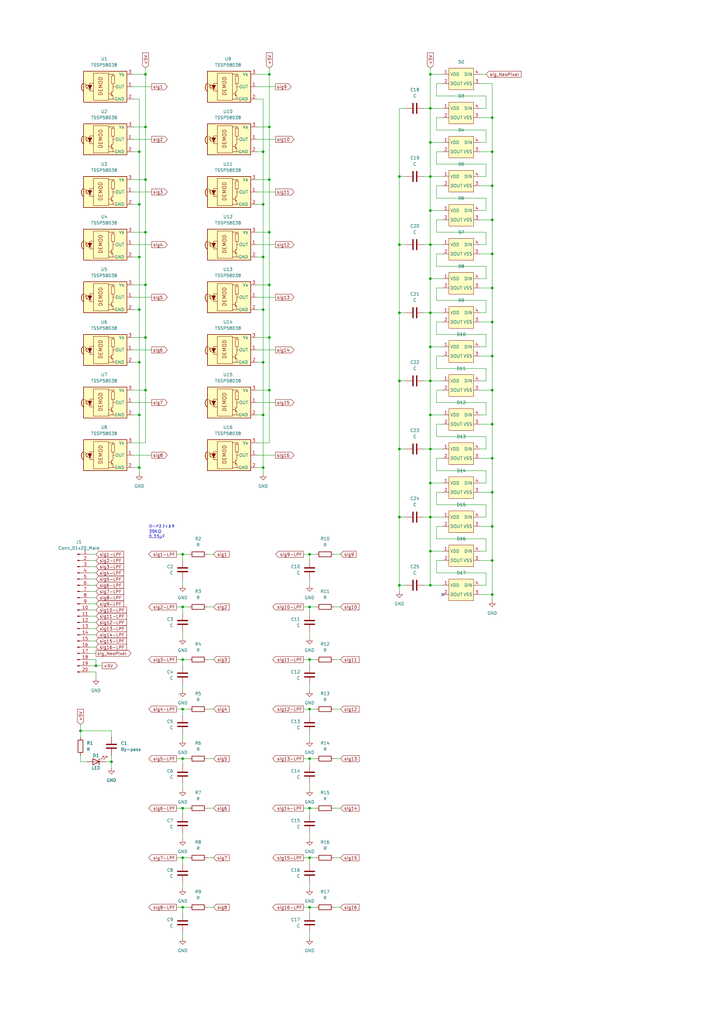
<source format=kicad_sch>
(kicad_sch (version 20230121) (generator eeschema)
  (paper "A3" portrait)
  (junction (at 57.15 127))
  (junction (at 176.53 226.06))
  (junction (at 74.93 227.33))
  (junction (at 110.49 52.07))
  (junction (at 33.02 299.72))
  (junction (at 163.83 212.09))
  (junction (at 201.93 146.05))
  (junction (at 57.15 148.59))
  (junction (at 176.53 44.45))
  (junction (at 176.53 128.27))
  (junction (at 127 372.11))
  (junction (at 176.53 240.03))
  (junction (at 127 331.47))
  (junction (at 127 270.51))
  (junction (at 59.69 95.25))
  (junction (at 39.37 273.05))
  (junction (at 176.53 170.18))
  (junction (at 107.95 83.82))
  (junction (at 107.95 105.41))
  (junction (at 201.93 229.87))
  (junction (at 74.93 290.83))
  (junction (at 201.93 173.99))
  (junction (at 176.53 156.21))
  (junction (at 176.53 142.24))
  (junction (at 163.83 240.03))
  (junction (at 110.49 30.48))
  (junction (at 57.15 62.23))
  (junction (at 110.49 160.02))
  (junction (at 127 311.15))
  (junction (at 163.83 72.39))
  (junction (at 163.83 184.15))
  (junction (at 163.83 100.33))
  (junction (at 57.15 191.77))
  (junction (at 59.69 52.07))
  (junction (at 201.93 187.96))
  (junction (at 201.93 62.23))
  (junction (at 107.95 62.23))
  (junction (at 176.53 100.33))
  (junction (at 110.49 73.66))
  (junction (at 110.49 138.43))
  (junction (at 176.53 184.15))
  (junction (at 201.93 118.11))
  (junction (at 59.69 116.84))
  (junction (at 176.53 114.3))
  (junction (at 59.69 73.66))
  (junction (at 59.69 30.48))
  (junction (at 176.53 72.39))
  (junction (at 107.95 191.77))
  (junction (at 57.15 105.41))
  (junction (at 57.15 170.18))
  (junction (at 176.53 198.12))
  (junction (at 163.83 156.21))
  (junction (at 107.95 170.18))
  (junction (at 45.72 312.42))
  (junction (at 201.93 243.84))
  (junction (at 201.93 132.08))
  (junction (at 201.93 104.14))
  (junction (at 163.83 128.27))
  (junction (at 176.53 30.48))
  (junction (at 74.93 311.15))
  (junction (at 201.93 160.02))
  (junction (at 107.95 127))
  (junction (at 59.69 160.02))
  (junction (at 74.93 248.92))
  (junction (at 110.49 116.84))
  (junction (at 176.53 58.42))
  (junction (at 57.15 83.82))
  (junction (at 59.69 138.43))
  (junction (at 176.53 212.09))
  (junction (at 127 227.33))
  (junction (at 201.93 76.2))
  (junction (at 107.95 148.59))
  (junction (at 127 290.83))
  (junction (at 110.49 95.25))
  (junction (at 74.93 270.51))
  (junction (at 176.53 86.36))
  (junction (at 74.93 351.79))
  (junction (at 74.93 372.11))
  (junction (at 127 248.92))
  (junction (at 201.93 90.17))
  (junction (at 74.93 331.47))
  (junction (at 201.93 215.9))
  (junction (at 201.93 48.26))
  (junction (at 201.93 201.93))
  (junction (at 127 351.79))
  (no_connect (at 181.61 243.84))
  (wire (pts (xy 127 361.95) (xy 127 364.49)))
  (wire (pts (xy 54.61 170.18) (xy 57.15 170.18)))
  (wire (pts (xy 163.83 212.09) (xy 163.83 240.03)))
  (wire (pts (xy 199.39 234.95) (xy 199.39 240.03)))
  (wire (pts (xy 176.53 184.15) (xy 176.53 170.18)))
  (wire (pts (xy 176.53 58.42) (xy 176.53 44.45)))
  (wire (pts (xy 74.93 293.37) (xy 74.93 290.83)))
  (wire (pts (xy 179.07 207.01) (xy 199.39 207.01)))
  (wire (pts (xy 176.53 156.21) (xy 176.53 142.24)))
  (wire (pts (xy 39.37 275.59) (xy 39.37 278.13)))
  (wire (pts (xy 196.85 34.29) (xy 201.93 34.29)))
  (wire (pts (xy 74.93 372.11) (xy 77.47 372.11)))
  (wire (pts (xy 199.39 95.25) (xy 199.39 100.33)))
  (wire (pts (xy 124.46 311.15) (xy 127 311.15)))
  (wire (pts (xy 74.93 374.65) (xy 74.93 372.11)))
  (wire (pts (xy 137.16 227.33) (xy 139.7 227.33)))
  (wire (pts (xy 201.93 243.84) (xy 201.93 246.38)))
  (wire (pts (xy 74.93 334.01) (xy 74.93 331.47)))
  (wire (pts (xy 54.61 186.69) (xy 62.23 186.69)))
  (wire (pts (xy 127 334.01) (xy 127 331.47)))
  (wire (pts (xy 57.15 40.64) (xy 57.15 62.23)))
  (wire (pts (xy 196.85 173.99) (xy 201.93 173.99)))
  (wire (pts (xy 33.02 312.42) (xy 35.56 312.42)))
  (wire (pts (xy 179.07 95.25) (xy 199.39 95.25)))
  (wire (pts (xy 196.85 44.45) (xy 199.39 44.45)))
  (wire (pts (xy 179.07 76.2) (xy 179.07 81.28)))
  (wire (pts (xy 124.46 290.83) (xy 127 290.83)))
  (wire (pts (xy 163.83 128.27) (xy 163.83 156.21)))
  (wire (pts (xy 54.61 100.33) (xy 62.23 100.33)))
  (wire (pts (xy 127 321.31) (xy 127 323.85)))
  (wire (pts (xy 107.95 40.64) (xy 107.95 62.23)))
  (wire (pts (xy 163.83 100.33) (xy 163.83 128.27)))
  (wire (pts (xy 179.07 109.22) (xy 199.39 109.22)))
  (wire (pts (xy 54.61 105.41) (xy 57.15 105.41)))
  (wire (pts (xy 105.41 105.41) (xy 107.95 105.41)))
  (wire (pts (xy 127 229.87) (xy 127 227.33)))
  (wire (pts (xy 176.53 142.24) (xy 176.53 128.27)))
  (wire (pts (xy 85.09 227.33) (xy 87.63 227.33)))
  (wire (pts (xy 201.93 76.2) (xy 201.93 62.23)))
  (wire (pts (xy 196.85 198.12) (xy 199.39 198.12)))
  (wire (pts (xy 201.93 173.99) (xy 201.93 160.02)))
  (wire (pts (xy 196.85 30.48) (xy 199.39 30.48)))
  (wire (pts (xy 54.61 191.77) (xy 57.15 191.77)))
  (wire (pts (xy 72.39 351.79) (xy 74.93 351.79)))
  (wire (pts (xy 137.16 372.11) (xy 139.7 372.11)))
  (wire (pts (xy 179.07 81.28) (xy 199.39 81.28)))
  (wire (pts (xy 57.15 105.41) (xy 57.15 127)))
  (wire (pts (xy 105.41 52.07) (xy 110.49 52.07)))
  (wire (pts (xy 179.07 151.13) (xy 199.39 151.13)))
  (wire (pts (xy 107.95 148.59) (xy 107.95 170.18)))
  (wire (pts (xy 74.93 259.08) (xy 74.93 261.62)))
  (wire (pts (xy 196.85 229.87) (xy 201.93 229.87)))
  (wire (pts (xy 127 313.69) (xy 127 311.15)))
  (wire (pts (xy 127 374.65) (xy 127 372.11)))
  (wire (pts (xy 74.93 273.05) (xy 74.93 270.51)))
  (wire (pts (xy 127 280.67) (xy 127 283.21)))
  (wire (pts (xy 176.53 72.39) (xy 176.53 58.42)))
  (wire (pts (xy 179.07 179.07) (xy 199.39 179.07)))
  (wire (pts (xy 107.95 191.77) (xy 107.95 194.31)))
  (wire (pts (xy 105.41 30.48) (xy 110.49 30.48)))
  (wire (pts (xy 196.85 226.06) (xy 199.39 226.06)))
  (wire (pts (xy 179.07 160.02) (xy 179.07 165.1)))
  (wire (pts (xy 54.61 57.15) (xy 62.23 57.15)))
  (wire (pts (xy 179.07 229.87) (xy 179.07 234.95)))
  (wire (pts (xy 201.93 118.11) (xy 201.93 104.14)))
  (wire (pts (xy 196.85 170.18) (xy 199.39 170.18)))
  (wire (pts (xy 196.85 100.33) (xy 199.39 100.33)))
  (wire (pts (xy 196.85 114.3) (xy 199.39 114.3)))
  (wire (pts (xy 127 227.33) (xy 129.54 227.33)))
  (wire (pts (xy 173.99 128.27) (xy 176.53 128.27)))
  (wire (pts (xy 196.85 187.96) (xy 201.93 187.96)))
  (wire (pts (xy 196.85 132.08) (xy 201.93 132.08)))
  (wire (pts (xy 54.61 83.82) (xy 57.15 83.82)))
  (wire (pts (xy 181.61 72.39) (xy 176.53 72.39)))
  (wire (pts (xy 181.61 62.23) (xy 179.07 62.23)))
  (wire (pts (xy 137.16 311.15) (xy 139.7 311.15)))
  (wire (pts (xy 166.37 240.03) (xy 163.83 240.03)))
  (wire (pts (xy 39.37 273.05) (xy 41.91 273.05)))
  (wire (pts (xy 127 251.46) (xy 127 248.92)))
  (wire (pts (xy 127 273.05) (xy 127 270.51)))
  (wire (pts (xy 59.69 95.25) (xy 59.69 116.84)))
  (wire (pts (xy 163.83 44.45) (xy 166.37 44.45)))
  (wire (pts (xy 59.69 116.84) (xy 59.69 138.43)))
  (wire (pts (xy 127 351.79) (xy 129.54 351.79)))
  (wire (pts (xy 179.07 104.14) (xy 179.07 109.22)))
  (wire (pts (xy 201.93 215.9) (xy 201.93 201.93)))
  (wire (pts (xy 33.02 297.18) (xy 33.02 299.72)))
  (wire (pts (xy 127 372.11) (xy 129.54 372.11)))
  (wire (pts (xy 105.41 127) (xy 107.95 127)))
  (wire (pts (xy 72.39 311.15) (xy 74.93 311.15)))
  (wire (pts (xy 85.09 270.51) (xy 87.63 270.51)))
  (wire (pts (xy 57.15 62.23) (xy 57.15 83.82)))
  (wire (pts (xy 173.99 44.45) (xy 176.53 44.45)))
  (wire (pts (xy 163.83 212.09) (xy 166.37 212.09)))
  (wire (pts (xy 54.61 116.84) (xy 59.69 116.84)))
  (wire (pts (xy 74.93 237.49) (xy 74.93 240.03)))
  (wire (pts (xy 176.53 212.09) (xy 176.53 198.12)))
  (wire (pts (xy 173.99 240.03) (xy 176.53 240.03)))
  (wire (pts (xy 54.61 181.61) (xy 59.69 181.61)))
  (wire (pts (xy 179.07 48.26) (xy 179.07 53.34)))
  (wire (pts (xy 181.61 86.36) (xy 176.53 86.36)))
  (wire (pts (xy 127 290.83) (xy 129.54 290.83)))
  (wire (pts (xy 74.93 321.31) (xy 74.93 323.85)))
  (wire (pts (xy 137.16 331.47) (xy 139.7 331.47)))
  (wire (pts (xy 85.09 331.47) (xy 87.63 331.47)))
  (wire (pts (xy 72.39 331.47) (xy 74.93 331.47)))
  (wire (pts (xy 181.61 58.42) (xy 176.53 58.42)))
  (wire (pts (xy 45.72 302.26) (xy 45.72 299.72)))
  (wire (pts (xy 196.85 215.9) (xy 201.93 215.9)))
  (wire (pts (xy 127 237.49) (xy 127 240.03)))
  (wire (pts (xy 85.09 372.11) (xy 87.63 372.11)))
  (wire (pts (xy 173.99 156.21) (xy 176.53 156.21)))
  (wire (pts (xy 74.93 251.46) (xy 74.93 248.92)))
  (wire (pts (xy 72.39 248.92) (xy 74.93 248.92)))
  (wire (pts (xy 105.41 181.61) (xy 110.49 181.61)))
  (wire (pts (xy 43.18 312.42) (xy 45.72 312.42)))
  (wire (pts (xy 107.95 62.23) (xy 107.95 83.82)))
  (wire (pts (xy 179.07 53.34) (xy 199.39 53.34)))
  (wire (pts (xy 105.41 143.51) (xy 113.03 143.51)))
  (wire (pts (xy 45.72 312.42) (xy 45.72 314.96)))
  (wire (pts (xy 105.41 73.66) (xy 110.49 73.66)))
  (wire (pts (xy 201.93 229.87) (xy 201.93 243.84)))
  (wire (pts (xy 72.39 290.83) (xy 74.93 290.83)))
  (wire (pts (xy 176.53 198.12) (xy 176.53 184.15)))
  (wire (pts (xy 54.61 40.64) (xy 57.15 40.64)))
  (wire (pts (xy 54.61 138.43) (xy 59.69 138.43)))
  (wire (pts (xy 54.61 95.25) (xy 59.69 95.25)))
  (wire (pts (xy 181.61 90.17) (xy 179.07 90.17)))
  (wire (pts (xy 163.83 156.21) (xy 163.83 184.15)))
  (wire (pts (xy 201.93 104.14) (xy 201.93 90.17)))
  (wire (pts (xy 105.41 186.69) (xy 113.03 186.69)))
  (wire (pts (xy 181.61 118.11) (xy 179.07 118.11)))
  (wire (pts (xy 45.72 309.88) (xy 45.72 312.42)))
  (wire (pts (xy 74.93 311.15) (xy 77.47 311.15)))
  (wire (pts (xy 54.61 127) (xy 57.15 127)))
  (wire (pts (xy 36.83 252.73) (xy 39.37 252.73)))
  (wire (pts (xy 196.85 240.03) (xy 199.39 240.03)))
  (wire (pts (xy 72.39 227.33) (xy 74.93 227.33)))
  (wire (pts (xy 85.09 290.83) (xy 87.63 290.83)))
  (wire (pts (xy 179.07 90.17) (xy 179.07 95.25)))
  (wire (pts (xy 196.85 243.84) (xy 201.93 243.84)))
  (wire (pts (xy 179.07 34.29) (xy 179.07 39.37)))
  (wire (pts (xy 163.83 240.03) (xy 163.83 242.57)))
  (wire (pts (xy 181.61 30.48) (xy 176.53 30.48)))
  (wire (pts (xy 176.53 27.94) (xy 176.53 30.48)))
  (wire (pts (xy 74.93 341.63) (xy 74.93 344.17)))
  (wire (pts (xy 196.85 160.02) (xy 201.93 160.02)))
  (wire (pts (xy 176.53 86.36) (xy 176.53 72.39)))
  (wire (pts (xy 107.95 83.82) (xy 107.95 105.41)))
  (wire (pts (xy 74.93 227.33) (xy 77.47 227.33)))
  (wire (pts (xy 74.93 248.92) (xy 77.47 248.92)))
  (wire (pts (xy 181.61 215.9) (xy 179.07 215.9)))
  (wire (pts (xy 173.99 212.09) (xy 176.53 212.09)))
  (wire (pts (xy 127 300.99) (xy 127 303.53)))
  (wire (pts (xy 196.85 90.17) (xy 201.93 90.17)))
  (wire (pts (xy 181.61 184.15) (xy 176.53 184.15)))
  (wire (pts (xy 33.02 309.88) (xy 33.02 312.42)))
  (wire (pts (xy 74.93 270.51) (xy 77.47 270.51)))
  (wire (pts (xy 137.16 270.51) (xy 139.7 270.51)))
  (wire (pts (xy 107.95 170.18) (xy 107.95 191.77)))
  (wire (pts (xy 54.61 143.51) (xy 62.23 143.51)))
  (wire (pts (xy 36.83 265.43) (xy 39.37 265.43)))
  (wire (pts (xy 201.93 146.05) (xy 201.93 132.08)))
  (wire (pts (xy 57.15 127) (xy 57.15 148.59)))
  (wire (pts (xy 36.83 234.95) (xy 39.37 234.95)))
  (wire (pts (xy 163.83 184.15) (xy 163.83 212.09)))
  (wire (pts (xy 196.85 76.2) (xy 201.93 76.2)))
  (wire (pts (xy 54.61 160.02) (xy 59.69 160.02)))
  (wire (pts (xy 105.41 95.25) (xy 110.49 95.25)))
  (wire (pts (xy 179.07 132.08) (xy 179.07 137.16)))
  (wire (pts (xy 173.99 184.15) (xy 176.53 184.15)))
  (wire (pts (xy 199.39 179.07) (xy 199.39 184.15)))
  (wire (pts (xy 54.61 148.59) (xy 57.15 148.59)))
  (wire (pts (xy 110.49 138.43) (xy 110.49 160.02)))
  (wire (pts (xy 181.61 156.21) (xy 176.53 156.21)))
  (wire (pts (xy 196.85 184.15) (xy 199.39 184.15)))
  (wire (pts (xy 124.46 372.11) (xy 127 372.11)))
  (wire (pts (xy 179.07 39.37) (xy 199.39 39.37)))
  (wire (pts (xy 166.37 156.21) (xy 163.83 156.21)))
  (wire (pts (xy 196.85 212.09) (xy 199.39 212.09)))
  (wire (pts (xy 74.93 354.33) (xy 74.93 351.79)))
  (wire (pts (xy 36.83 273.05) (xy 39.37 273.05)))
  (wire (pts (xy 74.93 300.99) (xy 74.93 303.53)))
  (wire (pts (xy 85.09 351.79) (xy 87.63 351.79)))
  (wire (pts (xy 163.83 184.15) (xy 166.37 184.15)))
  (wire (pts (xy 176.53 170.18) (xy 176.53 156.21)))
  (wire (pts (xy 137.16 351.79) (xy 139.7 351.79)))
  (wire (pts (xy 181.61 170.18) (xy 176.53 170.18)))
  (wire (pts (xy 105.41 121.92) (xy 113.03 121.92)))
  (wire (pts (xy 57.15 191.77) (xy 57.15 194.31)))
  (wire (pts (xy 181.61 44.45) (xy 176.53 44.45)))
  (wire (pts (xy 36.83 245.11) (xy 39.37 245.11)))
  (wire (pts (xy 181.61 114.3) (xy 176.53 114.3)))
  (wire (pts (xy 181.61 187.96) (xy 179.07 187.96)))
  (wire (pts (xy 179.07 187.96) (xy 179.07 193.04)))
  (wire (pts (xy 36.83 240.03) (xy 39.37 240.03)))
  (wire (pts (xy 74.93 290.83) (xy 77.47 290.83)))
  (wire (pts (xy 201.93 229.87) (xy 201.93 215.9)))
  (wire (pts (xy 179.07 67.31) (xy 199.39 67.31)))
  (wire (pts (xy 72.39 372.11) (xy 74.93 372.11)))
  (wire (pts (xy 124.46 227.33) (xy 127 227.33)))
  (wire (pts (xy 124.46 270.51) (xy 127 270.51)))
  (wire (pts (xy 127 331.47) (xy 129.54 331.47)))
  (wire (pts (xy 179.07 118.11) (xy 179.07 123.19)))
  (wire (pts (xy 196.85 62.23) (xy 201.93 62.23)))
  (wire (pts (xy 105.41 160.02) (xy 110.49 160.02)))
  (wire (pts (xy 179.07 165.1) (xy 199.39 165.1)))
  (wire (pts (xy 181.61 128.27) (xy 176.53 128.27)))
  (wire (pts (xy 199.39 151.13) (xy 199.39 156.21)))
  (wire (pts (xy 181.61 229.87) (xy 179.07 229.87)))
  (wire (pts (xy 179.07 201.93) (xy 179.07 207.01)))
  (wire (pts (xy 179.07 123.19) (xy 199.39 123.19)))
  (wire (pts (xy 36.83 255.27) (xy 39.37 255.27)))
  (wire (pts (xy 57.15 148.59) (xy 57.15 170.18)))
  (wire (pts (xy 57.15 170.18) (xy 57.15 191.77)))
  (wire (pts (xy 176.53 86.36) (xy 176.53 100.33)))
  (wire (pts (xy 199.39 165.1) (xy 199.39 170.18)))
  (wire (pts (xy 199.39 193.04) (xy 199.39 198.12)))
  (wire (pts (xy 54.61 121.92) (xy 62.23 121.92)))
  (wire (pts (xy 181.61 48.26) (xy 179.07 48.26)))
  (wire (pts (xy 163.83 72.39) (xy 163.83 100.33)))
  (wire (pts (xy 36.83 237.49) (xy 39.37 237.49)))
  (wire (pts (xy 201.93 62.23) (xy 201.93 48.26)))
  (wire (pts (xy 127 293.37) (xy 127 290.83)))
  (wire (pts (xy 105.41 191.77) (xy 107.95 191.77)))
  (wire (pts (xy 57.15 83.82) (xy 57.15 105.41)))
  (wire (pts (xy 36.83 247.65) (xy 39.37 247.65)))
  (wire (pts (xy 110.49 27.94) (xy 110.49 30.48)))
  (wire (pts (xy 179.07 62.23) (xy 179.07 67.31)))
  (wire (pts (xy 59.69 73.66) (xy 59.69 95.25)))
  (wire (pts (xy 199.39 207.01) (xy 199.39 212.09)))
  (wire (pts (xy 124.46 331.47) (xy 127 331.47)))
  (wire (pts (xy 59.69 30.48) (xy 59.69 52.07)))
  (wire (pts (xy 74.93 280.67) (xy 74.93 283.21)))
  (wire (pts (xy 199.39 67.31) (xy 199.39 72.39)))
  (wire (pts (xy 36.83 227.33) (xy 39.37 227.33)))
  (wire (pts (xy 199.39 53.34) (xy 199.39 58.42)))
  (wire (pts (xy 33.02 299.72) (xy 33.02 302.26)))
  (wire (pts (xy 127 259.08) (xy 127 261.62)))
  (wire (pts (xy 176.53 198.12) (xy 181.61 198.12)))
  (wire (pts (xy 59.69 160.02) (xy 59.69 181.61)))
  (wire (pts (xy 201.93 90.17) (xy 201.93 76.2)))
  (wire (pts (xy 179.07 193.04) (xy 199.39 193.04)))
  (wire (pts (xy 127 382.27) (xy 127 384.81)))
  (wire (pts (xy 176.53 100.33) (xy 181.61 100.33)))
  (wire (pts (xy 181.61 240.03) (xy 176.53 240.03)))
  (wire (pts (xy 181.61 142.24) (xy 176.53 142.24)))
  (wire (pts (xy 179.07 146.05) (xy 179.07 151.13)))
  (wire (pts (xy 36.83 267.97) (xy 39.37 267.97)))
  (wire (pts (xy 196.85 104.14) (xy 201.93 104.14)))
  (wire (pts (xy 176.53 128.27) (xy 176.53 114.3)))
  (wire (pts (xy 199.39 220.98) (xy 199.39 226.06)))
  (wire (pts (xy 137.16 290.83) (xy 139.7 290.83)))
  (wire (pts (xy 36.83 250.19) (xy 39.37 250.19)))
  (wire (pts (xy 196.85 142.24) (xy 199.39 142.24)))
  (wire (pts (xy 127 311.15) (xy 129.54 311.15)))
  (wire (pts (xy 179.07 137.16) (xy 199.39 137.16)))
  (wire (pts (xy 137.16 248.92) (xy 139.7 248.92)))
  (wire (pts (xy 199.39 137.16) (xy 199.39 142.24)))
  (wire (pts (xy 85.09 248.92) (xy 87.63 248.92)))
  (wire (pts (xy 54.61 165.1) (xy 62.23 165.1)))
  (wire (pts (xy 105.41 138.43) (xy 110.49 138.43)))
  (wire (pts (xy 196.85 201.93) (xy 201.93 201.93)))
  (wire (pts (xy 36.83 260.35) (xy 39.37 260.35)))
  (wire (pts (xy 201.93 201.93) (xy 201.93 187.96)))
  (wire (pts (xy 110.49 73.66) (xy 110.49 95.25)))
  (wire (pts (xy 199.39 123.19) (xy 199.39 128.27)))
  (wire (pts (xy 196.85 156.21) (xy 199.39 156.21)))
  (wire (pts (xy 74.93 331.47) (xy 77.47 331.47)))
  (wire (pts (xy 105.41 165.1) (xy 113.03 165.1)))
  (wire (pts (xy 74.93 382.27) (xy 74.93 384.81)))
  (wire (pts (xy 181.61 146.05) (xy 179.07 146.05)))
  (wire (pts (xy 127 354.33) (xy 127 351.79)))
  (wire (pts (xy 54.61 35.56) (xy 62.23 35.56)))
  (wire (pts (xy 196.85 58.42) (xy 199.39 58.42)))
  (wire (pts (xy 36.83 242.57) (xy 39.37 242.57)))
  (wire (pts (xy 181.61 226.06) (xy 176.53 226.06)))
  (wire (pts (xy 110.49 30.48) (xy 110.49 52.07)))
  (wire (pts (xy 74.93 229.87) (xy 74.93 227.33)))
  (wire (pts (xy 72.39 270.51) (xy 74.93 270.51)))
  (wire (pts (xy 36.83 229.87) (xy 39.37 229.87)))
  (wire (pts (xy 196.85 118.11) (xy 201.93 118.11)))
  (wire (pts (xy 176.53 44.45) (xy 176.53 30.48)))
  (wire (pts (xy 110.49 52.07) (xy 110.49 73.66)))
  (wire (pts (xy 105.41 40.64) (xy 107.95 40.64)))
  (wire (pts (xy 36.83 232.41) (xy 39.37 232.41)))
  (wire (pts (xy 173.99 72.39) (xy 176.53 72.39)))
  (wire (pts (xy 110.49 116.84) (xy 110.49 138.43)))
  (wire (pts (xy 105.41 148.59) (xy 107.95 148.59)))
  (wire (pts (xy 181.61 34.29) (xy 179.07 34.29)))
  (wire (pts (xy 85.09 311.15) (xy 87.63 311.15)))
  (wire (pts (xy 196.85 128.27) (xy 199.39 128.27)))
  (wire (pts (xy 179.07 201.93) (xy 181.61 201.93)))
  (wire (pts (xy 105.41 62.23) (xy 107.95 62.23)))
  (wire (pts (xy 54.61 52.07) (xy 59.69 52.07)))
  (wire (pts (xy 54.61 78.74) (xy 62.23 78.74)))
  (wire (pts (xy 201.93 132.08) (xy 201.93 118.11)))
  (wire (pts (xy 176.53 114.3) (xy 176.53 100.33)))
  (wire (pts (xy 176.53 226.06) (xy 176.53 212.09)))
  (wire (pts (xy 201.93 48.26) (xy 201.93 34.29)))
  (wire (pts (xy 163.83 44.45) (xy 163.83 72.39)))
  (wire (pts (xy 181.61 104.14) (xy 179.07 104.14)))
  (wire (pts (xy 163.83 100.33) (xy 166.37 100.33)))
  (wire (pts (xy 105.41 100.33) (xy 113.03 100.33)))
  (wire (pts (xy 163.83 128.27) (xy 166.37 128.27)))
  (wire (pts (xy 107.95 105.41) (xy 107.95 127)))
  (wire (pts (xy 181.61 76.2) (xy 179.07 76.2)))
  (wire (pts (xy 124.46 248.92) (xy 127 248.92)))
  (wire (pts (xy 124.46 351.79) (xy 127 351.79)))
  (wire (pts (xy 105.41 170.18) (xy 107.95 170.18)))
  (wire (pts (xy 36.83 262.89) (xy 39.37 262.89)))
  (wire (pts (xy 36.83 275.59) (xy 39.37 275.59)))
  (wire (pts (xy 59.69 138.43) (xy 59.69 160.02)))
  (wire (pts (xy 196.85 72.39) (xy 199.39 72.39)))
  (wire (pts (xy 196.85 86.36) (xy 199.39 86.36)))
  (wire (pts (xy 110.49 95.25) (xy 110.49 116.84)))
  (wire (pts (xy 110.49 160.02) (xy 110.49 181.61)))
  (wire (pts (xy 36.83 257.81) (xy 39.37 257.81)))
  (wire (pts (xy 105.41 83.82) (xy 107.95 83.82)))
  (wire (pts (xy 74.93 313.69) (xy 74.93 311.15)))
  (wire (pts (xy 39.37 273.05) (xy 39.37 270.51)))
  (wire (pts (xy 54.61 73.66) (xy 59.69 73.66)))
  (wire (pts (xy 74.93 351.79) (xy 77.47 351.79)))
  (wire (pts (xy 196.85 146.05) (xy 201.93 146.05)))
  (wire (pts (xy 199.39 109.22) (xy 199.39 114.3)))
  (wire (pts (xy 59.69 52.07) (xy 59.69 73.66)))
  (wire (pts (xy 176.53 212.09) (xy 181.61 212.09)))
  (wire (pts (xy 196.85 48.26) (xy 201.93 48.26)))
  (wire (pts (xy 54.61 62.23) (xy 57.15 62.23)))
  (wire (pts (xy 181.61 132.08) (xy 179.07 132.08)))
  (wire (pts (xy 127 248.92) (xy 129.54 248.92)))
  (wire (pts (xy 105.41 35.56) (xy 113.03 35.56)))
  (wire (pts (xy 59.69 27.94) (xy 59.69 30.48)))
  (wire (pts (xy 179.07 215.9) (xy 179.07 220.98)))
  (wire (pts (xy 201.93 160.02) (xy 201.93 146.05)))
  (wire (pts (xy 201.93 187.96) (xy 201.93 173.99)))
  (wire (pts (xy 179.07 234.95) (xy 199.39 234.95)))
  (wire (pts (xy 173.99 100.33) (xy 176.53 100.33)))
  (wire (pts (xy 105.41 57.15) (xy 113.03 57.15)))
  (wire (pts (xy 199.39 39.37) (xy 199.39 44.45)))
  (wire (pts (xy 74.93 361.95) (xy 74.93 364.49)))
  (wire (pts (xy 54.61 30.48) (xy 59.69 30.48)))
  (wire (pts (xy 45.72 299.72) (xy 33.02 299.72)))
  (wire (pts (xy 107.95 127) (xy 107.95 148.59)))
  (wire (pts (xy 105.41 116.84) (xy 110.49 116.84)))
  (wire (pts (xy 105.41 78.74) (xy 113.03 78.74)))
  (wire (pts (xy 179.07 220.98) (xy 199.39 220.98)))
  (wire (pts (xy 179.07 173.99) (xy 179.07 179.07)))
  (wire (pts (xy 181.61 173.99) (xy 179.07 173.99)))
  (wire (pts (xy 163.83 72.39) (xy 166.37 72.39)))
  (wire (pts (xy 36.83 270.51) (xy 39.37 270.51)))
  (wire (pts (xy 181.61 160.02) (xy 179.07 160.02)))
  (wire (pts (xy 127 270.51) (xy 129.54 270.51)))
  (wire (pts (xy 176.53 240.03) (xy 176.53 226.06)))
  (wire (pts (xy 127 341.63) (xy 127 344.17)))
  (wire (pts (xy 199.39 81.28) (xy 199.39 86.36)))
  (text "ローパスフィルタ\n39KΩ\n0.33µF" (at 60.96 220.98 0) (effects (font (size 1.27 1.27)) (justify left bottom)))
  (global_label "sig7-LPF" (shape output) (at 72.39 351.79 180) (property "Intersheetrefs" "${INTERSHEET_REFS}" (effects hide)))
  (global_label "sig12" (shape input) (at 139.7 290.83 0) (property "Intersheetrefs" "${INTERSHEET_REFS}" (effects hide)))
  (global_label "sig7" (shape input) (at 87.63 351.79 0) (property "Intersheetrefs" "${INTERSHEET_REFS}" (effects hide)))
  (global_label "sig15" (shape input) (at 139.7 351.79 0) (property "Intersheetrefs" "${INTERSHEET_REFS}" (effects hide)))
  (global_label "sig1" (shape input) (at 87.63 227.33 0) (property "Intersheetrefs" "${INTERSHEET_REFS}" (effects hide)))
  (global_label "sig14-LPF" (shape output) (at 124.46 331.47 180) (property "Intersheetrefs" "${INTERSHEET_REFS}" (effects hide)))
  (global_label "sig12" (shape output) (at 113.03 100.33 0) (property "Intersheetrefs" "${INTERSHEET_REFS}" (effects hide)))
  (global_label "sig4" (shape output) (at 62.23 100.33 0) (property "Intersheetrefs" "${INTERSHEET_REFS}" (effects hide)))
  (global_label "sig9-LPF" (shape input) (at 39.37 247.65 0) (property "Intersheetrefs" "${INTERSHEET_REFS}" (effects hide)))
  (global_label "sig6-LPF" (shape input) (at 39.37 240.03 0) (property "Intersheetrefs" "${INTERSHEET_REFS}" (effects hide)))
  (global_label "sig16-LPF" (shape input) (at 39.37 265.43 0) (property "Intersheetrefs" "${INTERSHEET_REFS}" (effects hide)))
  (global_label "sig10" (shape output) (at 113.03 57.15 0) (property "Intersheetrefs" "${INTERSHEET_REFS}" (effects hide)))
  (global_label "sig1" (shape output) (at 62.23 35.56 0) (property "Intersheetrefs" "${INTERSHEET_REFS}" (effects hide)))
  (global_label "sig2-LPF" (shape output) (at 72.39 248.92 180) (property "Intersheetrefs" "${INTERSHEET_REFS}" (effects hide)))
  (global_label "sig3-LPF" (shape input) (at 39.37 232.41 0) (property "Intersheetrefs" "${INTERSHEET_REFS}" (effects hide)))
  (global_label "sig13-LPF" (shape output) (at 124.46 311.15 180) (property "Intersheetrefs" "${INTERSHEET_REFS}" (effects hide)))
  (global_label "+5V" (shape input) (at 176.53 27.94 90) (property "Intersheetrefs" "${INTERSHEET_REFS}" (effects hide)))
  (global_label "sig1-LPF" (shape input) (at 39.37 227.33 0) (property "Intersheetrefs" "${INTERSHEET_REFS}" (effects hide)))
  (global_label "sig10-LPF" (shape output) (at 124.46 248.92 180) (property "Intersheetrefs" "${INTERSHEET_REFS}" (effects hide)))
  (global_label "sig5-LPF" (shape input) (at 39.37 237.49 0) (property "Intersheetrefs" "${INTERSHEET_REFS}" (effects hide)))
  (global_label "sig7-LPF" (shape input) (at 39.37 242.57 0) (property "Intersheetrefs" "${INTERSHEET_REFS}" (effects hide)))
  (global_label "sig9" (shape input) (at 139.7 227.33 0) (property "Intersheetrefs" "${INTERSHEET_REFS}" (effects hide)))
  (global_label "sig_NeoPixel" (shape output) (at 39.37 267.97 0) (property "Intersheetrefs" "${INTERSHEET_REFS}" (effects hide)))
  (global_label "sig7" (shape output) (at 62.23 165.1 0) (property "Intersheetrefs" "${INTERSHEET_REFS}" (effects hide)))
  (global_label "sig13-LPF" (shape input) (at 39.37 257.81 0) (property "Intersheetrefs" "${INTERSHEET_REFS}" (effects hide)))
  (global_label "sig6" (shape input) (at 87.63 331.47 0) (property "Intersheetrefs" "${INTERSHEET_REFS}" (effects hide)))
  (global_label "+5V" (shape input) (at 110.49 27.94 90) (property "Intersheetrefs" "${INTERSHEET_REFS}" (effects hide)))
  (global_label "sig6-LPF" (shape output) (at 72.39 331.47 180) (property "Intersheetrefs" "${INTERSHEET_REFS}" (effects hide)))
  (global_label "sig3-LPF" (shape output) (at 72.39 270.51 180) (property "Intersheetrefs" "${INTERSHEET_REFS}" (effects hide)))
  (global_label "sig15-LPF" (shape input) (at 39.37 262.89 0) (property "Intersheetrefs" "${INTERSHEET_REFS}" (effects hide)))
  (global_label "sig11-LPF" (shape output) (at 124.46 270.51 180) (property "Intersheetrefs" "${INTERSHEET_REFS}" (effects hide)))
  (global_label "sig4-LPF" (shape input) (at 39.37 234.95 0) (property "Intersheetrefs" "${INTERSHEET_REFS}" (effects hide)))
  (global_label "sig6" (shape output) (at 62.23 143.51 0) (property "Intersheetrefs" "${INTERSHEET_REFS}" (effects hide)))
  (global_label "sig9-LPF" (shape output) (at 124.46 227.33 180) (property "Intersheetrefs" "${INTERSHEET_REFS}" (effects hide)))
  (global_label "sig4" (shape input) (at 87.63 290.83 0) (property "Intersheetrefs" "${INTERSHEET_REFS}" (effects hide)))
  (global_label "sig11-LPF" (shape input) (at 39.37 252.73 0) (property "Intersheetrefs" "${INTERSHEET_REFS}" (effects hide)))
  (global_label "sig15-LPF" (shape output) (at 124.46 351.79 180) (property "Intersheetrefs" "${INTERSHEET_REFS}" (effects hide)))
  (global_label "sig4-LPF" (shape output) (at 72.39 290.83 180) (property "Intersheetrefs" "${INTERSHEET_REFS}" (effects hide)))
  (global_label "sig_NeoPixel" (shape input) (at 199.39 30.48 0) (property "Intersheetrefs" "${INTERSHEET_REFS}" (effects hide)))
  (global_label "sig12-LPF" (shape input) (at 39.37 255.27 0) (property "Intersheetrefs" "${INTERSHEET_REFS}" (effects hide)))
  (global_label "sig11" (shape input) (at 139.7 270.51 0) (property "Intersheetrefs" "${INTERSHEET_REFS}" (effects hide)))
  (global_label "sig16-LPF" (shape output) (at 124.46 372.11 180) (property "Intersheetrefs" "${INTERSHEET_REFS}" (effects hide)))
  (global_label "sig2-LPF" (shape input) (at 39.37 229.87 0) (property "Intersheetrefs" "${INTERSHEET_REFS}" (effects hide)))
  (global_label "sig15" (shape output) (at 113.03 165.1 0) (property "Intersheetrefs" "${INTERSHEET_REFS}" (effects hide)))
  (global_label "sig12-LPF" (shape output) (at 124.46 290.83 180) (property "Intersheetrefs" "${INTERSHEET_REFS}" (effects hide)))
  (global_label "+5V" (shape input) (at 59.69 27.94 90) (property "Intersheetrefs" "${INTERSHEET_REFS}" (effects hide)))
  (global_label "sig11" (shape output) (at 113.03 78.74 0) (property "Intersheetrefs" "${INTERSHEET_REFS}" (effects hide)))
  (global_label "sig3" (shape input) (at 87.63 270.51 0) (property "Intersheetrefs" "${INTERSHEET_REFS}" (effects hide)))
  (global_label "+5V" (shape input) (at 33.02 297.18 90) (property "Intersheetrefs" "${INTERSHEET_REFS}" (effects hide)))
  (global_label "sig8-LPF" (shape input) (at 39.37 245.11 0) (property "Intersheetrefs" "${INTERSHEET_REFS}" (effects hide)))
  (global_label "sig16" (shape input) (at 139.7 372.11 0) (property "Intersheetrefs" "${INTERSHEET_REFS}" (effects hide)))
  (global_label "sig8" (shape output) (at 62.23 186.69 0) (property "Intersheetrefs" "${INTERSHEET_REFS}" (effects hide)))
  (global_label "sig2" (shape input) (at 87.63 248.92 0) (property "Intersheetrefs" "${INTERSHEET_REFS}" (effects hide)))
  (global_label "sig16" (shape output) (at 113.03 186.69 0) (property "Intersheetrefs" "${INTERSHEET_REFS}" (effects hide)))
  (global_label "sig13" (shape input) (at 139.7 311.15 0) (property "Intersheetrefs" "${INTERSHEET_REFS}" (effects hide)))
  (global_label "+5V" (shape output) (at 41.91 273.05 0) (property "Intersheetrefs" "${INTERSHEET_REFS}" (effects hide)))
  (global_label "sig3" (shape output) (at 62.23 78.74 0) (property "Intersheetrefs" "${INTERSHEET_REFS}" (effects hide)))
  (global_label "sig13" (shape output) (at 113.03 121.92 0) (property "Intersheetrefs" "${INTERSHEET_REFS}" (effects hide)))
  (global_label "sig8" (shape input) (at 87.63 372.11 0) (property "Intersheetrefs" "${INTERSHEET_REFS}" (effects hide)))
  (global_label "sig5" (shape input) (at 87.63 311.15 0) (property "Intersheetrefs" "${INTERSHEET_REFS}" (effects hide)))
  (global_label "sig10" (shape input) (at 139.7 248.92 0) (property "Intersheetrefs" "${INTERSHEET_REFS}" (effects hide)))
  (global_label "sig8-LPF" (shape output) (at 72.39 372.11 180) (property "Intersheetrefs" "${INTERSHEET_REFS}" (effects hide)))
  (global_label "sig2" (shape output) (at 62.23 57.15 0) (property "Intersheetrefs" "${INTERSHEET_REFS}" (effects hide)))
  (global_label "sig9" (shape output) (at 113.03 35.56 0) (property "Intersheetrefs" "${INTERSHEET_REFS}" (effects hide)))
  (global_label "sig10-LPF" (shape input) (at 39.37 250.19 0) (property "Intersheetrefs" "${INTERSHEET_REFS}" (effects hide)))
  (global_label "sig5" (shape output) (at 62.23 121.92 0) (property "Intersheetrefs" "${INTERSHEET_REFS}" (effects hide)))
  (global_label "sig14-LPF" (shape input) (at 39.37 260.35 0) (property "Intersheetrefs" "${INTERSHEET_REFS}" (effects hide)))
  (global_label "sig1-LPF" (shape output) (at 72.39 227.33 180) (property "Intersheetrefs" "${INTERSHEET_REFS}" (effects hide)))
  (global_label "sig14" (shape output) (at 113.03 143.51 0) (property "Intersheetrefs" "${INTERSHEET_REFS}" (effects hide)))
  (global_label "sig14" (shape input) (at 139.7 331.47 0) (property "Intersheetrefs" "${INTERSHEET_REFS}" (effects hide)))
  (global_label "sig5-LPF" (shape output) (at 72.39 311.15 180) (property "Intersheetrefs" "${INTERSHEET_REFS}" (effects hide)))
  (symbol (lib_id "Device:LED") (at 39.37 312.42 180) (unit 1)
    (property "Reference" "D1" (at 39.37 309.88 0))
    (property "Value" "LED" (at 39.37 314.96 0))
    (property "Footprint" "LED_SMD:LED_0603_1608Metric" (effects hide))
  )
  (symbol (lib_id "Device:C") (at 170.18 128.27 90) (mirror x) (unit 1)
    (property "Reference" "C21" (at 170.18 120.65 90))
    (property "Value" "C" (at 170.18 123.19 90))
    (property "Footprint" "Capacitor_SMD:C_0603_1608Metric" (effects hide))
  )
  (symbol (lib_id "Device:R") (at 81.28 248.92 270) (mirror x) (unit 1)
    (property "Reference" "R3" (at 81.28 242.57 90))
    (property "Value" "R" (at 81.28 245.11 90))
    (property "Footprint" "Resistor_SMD:R_0603_1608Metric" (effects hide))
  )
  (symbol (lib_id "@2023_BallSensor:WS2812B") (at 189.23 209.55 0) (unit 1)
    (property "Reference" "D15" (at 189.23 207.01 0))
    (property "Value" "~" (at 189.23 207.01 0))
    (property "Footprint" "@2023_BallSensor:WS2812B" (effects hide))
  )
  (symbol (lib_id "@2023_BallSensor:WS2812B") (at 189.23 167.64 0) (unit 1)
    (property "Reference" "D12" (at 189.23 165.1 0))
    (property "Value" "~" (at 189.23 165.1 0))
    (property "Footprint" "@2023_BallSensor:WS2812B" (effects hide))
  )
  (symbol (lib_id "Sensor_Proximity:TSSP58038") (at 44.45 165.1 0) (unit 1)
    (property "Reference" "U7" (at 42.715 153.67 0))
    (property "Value" "TSSP58038" (at 42.715 156.21 0))
    (property "Footprint" "@2023_BallSensor:TSSP58038" (effects hide))
    (property "Datasheet" "http://www.vishay.com/docs/82476/tssp58p38.pdf" (effects hide))
  )
  (symbol (lib_id "Sensor_Proximity:TSSP58038") (at 95.25 100.33 0) (unit 1)
    (property "Reference" "U12" (at 93.515 88.9 0))
    (property "Value" "TSSP58038" (at 93.515 91.44 0))
    (property "Footprint" "@2023_BallSensor:TSSP58038" (effects hide))
    (property "Datasheet" "http://www.vishay.com/docs/82476/tssp58p38.pdf" (effects hide))
  )
  (symbol (lib_id "power:GND") (at 127 283.21 0) (mirror y) (unit 1)
    (property "Reference" "#PWR015" (effects hide))
    (property "Value" "GND" (at 127 288.29 0))
  )
  (symbol (lib_id "Device:C") (at 170.18 184.15 90) (mirror x) (unit 1)
    (property "Reference" "C23" (at 170.18 176.53 90))
    (property "Value" "C" (at 170.18 179.07 90))
    (property "Footprint" "Capacitor_SMD:C_0603_1608Metric" (effects hide))
  )
  (symbol (lib_id "Device:R") (at 133.35 351.79 270) (mirror x) (unit 1)
    (property "Reference" "R16" (at 133.35 345.44 90))
    (property "Value" "R" (at 133.35 347.98 90))
    (property "Footprint" "Resistor_SMD:R_0603_1608Metric" (effects hide))
  )
  (symbol (lib_id "Device:C") (at 170.18 156.21 90) (mirror x) (unit 1)
    (property "Reference" "C22" (at 170.18 148.59 90))
    (property "Value" "C" (at 170.18 151.13 90))
    (property "Footprint" "Capacitor_SMD:C_0603_1608Metric" (effects hide))
  )
  (symbol (lib_id "power:GND") (at 163.83 242.57 0) (unit 1)
    (property "Reference" "#PWR021" (effects hide))
    (property "Value" "GND" (at 163.83 247.65 0))
  )
  (symbol (lib_id "Device:C") (at 127 233.68 0) (mirror y) (unit 1)
    (property "Reference" "C10" (at 123.19 232.4099 0) (effects (justify left)))
    (property "Value" "C" (at 123.19 234.9499 0) (effects (justify left)))
    (property "Footprint" "Capacitor_SMD:C_0603_1608Metric" (effects hide))
  )
  (symbol (lib_id "power:GND") (at 201.93 246.38 0) (unit 1)
    (property "Reference" "#PWR022" (effects hide))
    (property "Value" "GND" (at 201.93 251.46 0))
  )
  (symbol (lib_id "power:GND") (at 107.95 194.31 0) (unit 1)
    (property "Reference" "#PWR012" (effects hide))
    (property "Value" "GND" (at 107.95 199.39 0))
  )
  (symbol (lib_id "Device:R") (at 133.35 270.51 270) (mirror x) (unit 1)
    (property "Reference" "R12" (at 133.35 264.16 90))
    (property "Value" "R" (at 133.35 266.7 90))
    (property "Footprint" "Resistor_SMD:R_0603_1608Metric" (effects hide))
  )
  (symbol (lib_id "Device:R") (at 133.35 311.15 270) (mirror x) (unit 1)
    (property "Reference" "R14" (at 133.35 304.8 90))
    (property "Value" "R" (at 133.35 307.34 90))
    (property "Footprint" "Resistor_SMD:R_0603_1608Metric" (effects hide))
  )
  (symbol (lib_id "Sensor_Proximity:TSSP58038") (at 44.45 186.69 0) (unit 1)
    (property "Reference" "U8" (at 42.715 175.26 0))
    (property "Value" "TSSP58038" (at 42.715 177.8 0))
    (property "Footprint" "@2023_BallSensor:TSSP58038" (effects hide))
    (property "Datasheet" "http://www.vishay.com/docs/82476/tssp58p38.pdf" (effects hide))
  )
  (symbol (lib_id "power:GND") (at 74.93 283.21 0) (mirror y) (unit 1)
    (property "Reference" "#PWR06" (effects hide))
    (property "Value" "GND" (at 74.93 288.29 0))
  )
  (symbol (lib_id "Device:R") (at 81.28 351.79 270) (mirror x) (unit 1)
    (property "Reference" "R8" (at 81.28 345.44 90))
    (property "Value" "R" (at 81.28 347.98 90))
    (property "Footprint" "Resistor_SMD:R_0603_1608Metric" (effects hide))
  )
  (symbol (lib_id "Sensor_Proximity:TSSP58038") (at 95.25 35.56 0) (unit 1)
    (property "Reference" "U9" (at 93.515 24.13 0))
    (property "Value" "TSSP58038" (at 93.515 26.67 0))
    (property "Footprint" "@2023_BallSensor:TSSP58038" (effects hide))
    (property "Datasheet" "http://www.vishay.com/docs/82476/tssp58p38.pdf" (effects hide))
  )
  (symbol (lib_id "power:GND") (at 45.72 314.96 0) (unit 1)
    (property "Reference" "#PWR02" (effects hide))
    (property "Value" "GND" (at 45.72 320.04 0))
  )
  (symbol (lib_id "Sensor_Proximity:TSSP58038") (at 95.25 57.15 0) (unit 1)
    (property "Reference" "U10" (at 93.515 45.72 0))
    (property "Value" "TSSP58038" (at 93.515 48.26 0))
    (property "Footprint" "@2023_BallSensor:TSSP58038" (effects hide))
    (property "Datasheet" "http://www.vishay.com/docs/82476/tssp58p38.pdf" (effects hide))
  )
  (symbol (lib_id "Device:C") (at 74.93 233.68 0) (mirror y) (unit 1)
    (property "Reference" "C2" (at 71.12 232.4099 0) (effects (justify left)))
    (property "Value" "C" (at 71.12 234.9499 0) (effects (justify left)))
    (property "Footprint" "Capacitor_SMD:C_0603_1608Metric" (effects hide))
  )
  (symbol (lib_id "Device:R") (at 81.28 372.11 270) (mirror x) (unit 1)
    (property "Reference" "R9" (at 81.28 365.76 90))
    (property "Value" "R" (at 81.28 368.3 90))
    (property "Footprint" "Resistor_SMD:R_0603_1608Metric" (effects hide))
  )
  (symbol (lib_id "@2023_BallSensor:WS2812B") (at 189.23 139.7 0) (unit 1)
    (property "Reference" "D10" (at 189.23 137.16 0))
    (property "Value" "~" (at 189.23 137.16 0))
    (property "Footprint" "@2023_BallSensor:WS2812B" (effects hide))
  )
  (symbol (lib_id "power:GND") (at 127 240.03 0) (mirror y) (unit 1)
    (property "Reference" "#PWR013" (effects hide))
    (property "Value" "GND" (at 127 245.11 0))
  )
  (symbol (lib_id "power:GND") (at 74.93 384.81 0) (mirror y) (unit 1)
    (property "Reference" "#PWR011" (effects hide))
    (property "Value" "GND" (at 74.93 389.89 0))
  )
  (symbol (lib_id "Sensor_Proximity:TSSP58038") (at 44.45 100.33 0) (unit 1)
    (property "Reference" "U4" (at 42.715 88.9 0))
    (property "Value" "TSSP58038" (at 42.715 91.44 0))
    (property "Footprint" "@2023_BallSensor:TSSP58038" (effects hide))
    (property "Datasheet" "http://www.vishay.com/docs/82476/tssp58p38.pdf" (effects hide))
  )
  (symbol (lib_id "Device:R") (at 133.35 331.47 270) (mirror x) (unit 1)
    (property "Reference" "R15" (at 133.35 325.12 90))
    (property "Value" "R" (at 133.35 327.66 90))
    (property "Footprint" "Resistor_SMD:R_0603_1608Metric" (effects hide))
  )
  (symbol (lib_id "Sensor_Proximity:TSSP58038") (at 44.45 121.92 0) (unit 1)
    (property "Reference" "U5" (at 42.715 110.49 0))
    (property "Value" "TSSP58038" (at 42.715 113.03 0))
    (property "Footprint" "@2023_BallSensor:TSSP58038" (effects hide))
    (property "Datasheet" "http://www.vishay.com/docs/82476/tssp58p38.pdf" (effects hide))
  )
  (symbol (lib_id "Device:C") (at 170.18 72.39 90) (mirror x) (unit 1)
    (property "Reference" "C19" (at 170.18 64.77 90))
    (property "Value" "C" (at 170.18 67.31 90))
    (property "Footprint" "Capacitor_SMD:C_0603_1608Metric" (effects hide))
  )
  (symbol (lib_id "Device:C") (at 170.18 240.03 90) (mirror x) (unit 1)
    (property "Reference" "C25" (at 170.18 232.41 90))
    (property "Value" "C" (at 170.18 234.95 90))
    (property "Footprint" "Capacitor_SMD:C_0603_1608Metric" (effects hide))
  )
  (symbol (lib_id "Device:R") (at 33.02 306.07 0) (unit 1)
    (property "Reference" "R1" (at 35.56 304.8 0) (effects (justify left)))
    (property "Value" "R" (at 35.56 307.34 0) (effects (justify left)))
    (property "Footprint" "Resistor_SMD:R_0603_1608Metric" (effects hide))
  )
  (symbol (lib_id "@2023_BallSensor:WS2812B") (at 189.23 181.61 0) (unit 1)
    (property "Reference" "D13" (at 189.23 179.07 0))
    (property "Value" "~" (at 189.23 179.07 0))
    (property "Footprint" "@2023_BallSensor:WS2812B" (effects hide))
  )
  (symbol (lib_id "Sensor_Proximity:TSSP58038") (at 44.45 143.51 0) (unit 1)
    (property "Reference" "U6" (at 42.715 132.08 0))
    (property "Value" "TSSP58038" (at 42.715 134.62 0))
    (property "Footprint" "@2023_BallSensor:TSSP58038" (effects hide))
    (property "Datasheet" "http://www.vishay.com/docs/82476/tssp58p38.pdf" (effects hide))
  )
  (symbol (lib_id "@2023_BallSensor:WS2812B") (at 189.23 153.67 0) (unit 1)
    (property "Reference" "D11" (at 189.23 151.13 0))
    (property "Value" "~" (at 189.23 151.13 0))
    (property "Footprint" "@2023_BallSensor:WS2812B" (effects hide))
  )
  (symbol (lib_id "Sensor_Proximity:TSSP58038") (at 44.45 57.15 0) (unit 1)
    (property "Reference" "U2" (at 42.715 45.72 0))
    (property "Value" "TSSP58038" (at 42.715 48.26 0))
    (property "Footprint" "@2023_BallSensor:TSSP58038" (effects hide))
    (property "Datasheet" "http://www.vishay.com/docs/82476/tssp58p38.pdf" (effects hide))
  )
  (symbol (lib_id "Device:R") (at 81.28 311.15 270) (mirror x) (unit 1)
    (property "Reference" "R6" (at 81.28 304.8 90))
    (property "Value" "R" (at 81.28 307.34 90))
    (property "Footprint" "Resistor_SMD:R_0603_1608Metric" (effects hide))
  )
  (symbol (lib_id "power:GND") (at 127 344.17 0) (mirror y) (unit 1)
    (property "Reference" "#PWR018" (effects hide))
    (property "Value" "GND" (at 127 349.25 0))
  )
  (symbol (lib_id "power:GND") (at 127 384.81 0) (mirror y) (unit 1)
    (property "Reference" "#PWR020" (effects hide))
    (property "Value" "GND" (at 127 389.89 0))
  )
  (symbol (lib_id "Sensor_Proximity:TSSP58038") (at 95.25 121.92 0) (unit 1)
    (property "Reference" "U13" (at 93.515 110.49 0))
    (property "Value" "TSSP58038" (at 93.515 113.03 0))
    (property "Footprint" "@2023_BallSensor:TSSP58038" (effects hide))
    (property "Datasheet" "http://www.vishay.com/docs/82476/tssp58p38.pdf" (effects hide))
  )
  (symbol (lib_id "Sensor_Proximity:TSSP58038") (at 95.25 165.1 0) (unit 1)
    (property "Reference" "U15" (at 93.515 153.67 0))
    (property "Value" "TSSP58038" (at 93.515 156.21 0))
    (property "Footprint" "@2023_BallSensor:TSSP58038" (effects hide))
    (property "Datasheet" "http://www.vishay.com/docs/82476/tssp58p38.pdf" (effects hide))
  )
  (symbol (lib_id "Sensor_Proximity:TSSP58038") (at 95.25 186.69 0) (unit 1)
    (property "Reference" "U16" (at 93.515 175.26 0))
    (property "Value" "TSSP58038" (at 93.515 177.8 0))
    (property "Footprint" "@2023_BallSensor:TSSP58038" (effects hide))
    (property "Datasheet" "http://www.vishay.com/docs/82476/tssp58p38.pdf" (effects hide))
  )
  (symbol (lib_id "Device:C") (at 127 255.27 0) (mirror y) (unit 1)
    (property "Reference" "C11" (at 123.19 253.9999 0) (effects (justify left)))
    (property "Value" "C" (at 123.19 256.5399 0) (effects (justify left)))
    (property "Footprint" "Capacitor_SMD:C_0603_1608Metric" (effects hide))
  )
  (symbol (lib_id "power:GND") (at 74.93 364.49 0) (mirror y) (unit 1)
    (property "Reference" "#PWR010" (effects hide))
    (property "Value" "GND" (at 74.93 369.57 0))
  )
  (symbol (lib_id "Device:C") (at 127 337.82 0) (mirror y) (unit 1)
    (property "Reference" "C15" (at 123.19 336.5499 0) (effects (justify left)))
    (property "Value" "C" (at 123.19 339.0899 0) (effects (justify left)))
    (property "Footprint" "Capacitor_SMD:C_0603_1608Metric" (effects hide))
  )
  (symbol (lib_id "@2023_BallSensor:WS2812B") (at 189.23 223.52 0) (unit 1)
    (property "Reference" "D16" (at 189.23 220.98 0))
    (property "Value" "~" (at 189.23 220.98 0))
    (property "Footprint" "@2023_BallSensor:WS2812B" (effects hide))
  )
  (symbol (lib_id "Device:C") (at 127 297.18 0) (mirror y) (unit 1)
    (property "Reference" "C13" (at 123.19 295.9099 0) (effects (justify left)))
    (property "Value" "C" (at 123.19 298.4499 0) (effects (justify left)))
    (property "Footprint" "Capacitor_SMD:C_0603_1608Metric" (effects hide))
  )
  (symbol (lib_id "power:GND") (at 57.15 194.31 0) (unit 1)
    (property "Reference" "#PWR03" (effects hide))
    (property "Value" "GND" (at 57.15 199.39 0))
  )
  (symbol (lib_id "power:GND") (at 74.93 303.53 0) (mirror y) (unit 1)
    (property "Reference" "#PWR07" (effects hide))
    (property "Value" "GND" (at 74.93 308.61 0))
  )
  (symbol (lib_id "Device:C") (at 170.18 44.45 90) (mirror x) (unit 1)
    (property "Reference" "C18" (at 170.18 36.83 90))
    (property "Value" "C" (at 170.18 39.37 90))
    (property "Footprint" "Capacitor_SMD:C_0603_1608Metric" (effects hide))
  )
  (symbol (lib_id "@2023_BallSensor:WS2812B") (at 189.23 125.73 0) (unit 1)
    (property "Reference" "D9" (at 189.23 123.19 0))
    (property "Value" "~" (at 189.23 123.19 0))
    (property "Footprint" "@2023_BallSensor:WS2812B" (effects hide))
  )
  (symbol (lib_id "Sensor_Proximity:TSSP58038") (at 95.25 143.51 0) (unit 1)
    (property "Reference" "U14" (at 93.515 132.08 0))
    (property "Value" "TSSP58038" (at 93.515 134.62 0))
    (property "Footprint" "@2023_BallSensor:TSSP58038" (effects hide))
    (property "Datasheet" "http://www.vishay.com/docs/82476/tssp58p38.pdf" (effects hide))
  )
  (symbol (lib_id "Device:C") (at 74.93 255.27 0) (mirror y) (unit 1)
    (property "Reference" "C3" (at 71.12 253.9999 0) (effects (justify left)))
    (property "Value" "C" (at 71.12 256.5399 0) (effects (justify left)))
    (property "Footprint" "Capacitor_SMD:C_0603_1608Metric" (effects hide))
  )
  (symbol (lib_id "Sensor_Proximity:TSSP58038") (at 95.25 78.74 0) (unit 1)
    (property "Reference" "U11" (at 93.515 67.31 0))
    (property "Value" "TSSP58038" (at 93.515 69.85 0))
    (property "Footprint" "@2023_BallSensor:TSSP58038" (effects hide))
    (property "Datasheet" "http://www.vishay.com/docs/82476/tssp58p38.pdf" (effects hide))
  )
  (symbol (lib_id "power:GND") (at 74.93 261.62 0) (mirror y) (unit 1)
    (property "Reference" "#PWR05" (effects hide))
    (property "Value" "GND" (at 74.93 266.7 0))
  )
  (symbol (lib_id "@2023_BallSensor:WS2812B") (at 189.23 55.88 0) (unit 1)
    (property "Reference" "D4" (at 189.23 53.34 0))
    (property "Value" "~" (at 189.23 53.34 0))
    (property "Footprint" "@2023_BallSensor:WS2812B" (effects hide))
  )
  (symbol (lib_id "Connector:Conn_01x20_Male") (at 31.75 250.19 0) (unit 1)
    (property "Reference" "J1" (at 32.385 222.25 0))
    (property "Value" "Conn_01x20_Male" (at 32.385 224.79 0))
    (property "Footprint" "Connector_IDC:IDC-Header_2x10_P2.54mm_Vertical" (effects hide))
  )
  (symbol (lib_id "Device:C") (at 127 378.46 0) (mirror y) (unit 1)
    (property "Reference" "C17" (at 123.19 377.1899 0) (effects (justify left)))
    (property "Value" "C" (at 123.19 379.7299 0) (effects (justify left)))
    (property "Footprint" "Capacitor_SMD:C_0603_1608Metric" (effects hide))
  )
  (symbol (lib_id "@2023_BallSensor:WS2812B") (at 189.23 83.82 0) (unit 1)
    (property "Reference" "D6" (at 189.23 81.28 0))
    (property "Value" "~" (at 189.23 81.28 0))
    (property "Footprint" "@2023_BallSensor:WS2812B" (effects hide))
  )
  (symbol (lib_id "Device:C") (at 74.93 317.5 0) (mirror y) (unit 1)
    (property "Reference" "C6" (at 71.12 316.2299 0) (effects (justify left)))
    (property "Value" "C" (at 71.12 318.7699 0) (effects (justify left)))
    (property "Footprint" "Capacitor_SMD:C_0603_1608Metric" (effects hide))
  )
  (symbol (lib_id "Device:C") (at 74.93 297.18 0) (mirror y) (unit 1)
    (property "Reference" "C5" (at 71.12 295.9099 0) (effects (justify left)))
    (property "Value" "C" (at 71.12 298.4499 0) (effects (justify left)))
    (property "Footprint" "Capacitor_SMD:C_0603_1608Metric" (effects hide))
  )
  (symbol (lib_id "Device:R") (at 81.28 227.33 270) (mirror x) (unit 1)
    (property "Reference" "R2" (at 81.28 220.98 90))
    (property "Value" "R" (at 81.28 223.52 90))
    (property "Footprint" "Resistor_SMD:R_0603_1608Metric" (effects hide))
  )
  (symbol (lib_id "@2023_BallSensor:WS2812B") (at 189.23 41.91 0) (unit 1)
    (property "Reference" "D3" (at 189.23 39.37 0))
    (property "Value" "~" (at 189.23 39.37 0))
    (property "Footprint" "@2023_BallSensor:WS2812B" (effects hide))
  )
  (symbol (lib_id "Device:C") (at 170.18 100.33 90) (mirror x) (unit 1)
    (property "Reference" "C20" (at 170.18 92.71 90))
    (property "Value" "C" (at 170.18 95.25 90))
    (property "Footprint" "Capacitor_SMD:C_0603_1608Metric" (effects hide))
  )
  (symbol (lib_id "power:GND") (at 39.37 278.13 0) (unit 1)
    (property "Reference" "#PWR01" (effects hide))
    (property "Value" "GND" (at 39.37 283.21 0))
  )
  (symbol (lib_id "@2023_BallSensor:WS2812B") (at 189.23 237.49 0) (unit 1)
    (property "Reference" "D17" (at 189.23 234.95 0))
    (property "Value" "~" (at 189.23 234.95 0))
    (property "Footprint" "@2023_BallSensor:WS2812B" (effects hide))
  )
  (symbol (lib_id "Sensor_Proximity:TSSP58038") (at 44.45 35.56 0) (unit 1)
    (property "Reference" "U1" (at 42.715 24.13 0))
    (property "Value" "TSSP58038" (at 42.715 26.67 0))
    (property "Footprint" "@2023_BallSensor:TSSP58038" (effects hide))
    (property "Datasheet" "http://www.vishay.com/docs/82476/tssp58p38.pdf" (effects hide))
  )
  (symbol (lib_id "Device:C") (at 127 358.14 0) (mirror y) (unit 1)
    (property "Reference" "C16" (at 123.19 356.8699 0) (effects (justify left)))
    (property "Value" "C" (at 123.19 359.4099 0) (effects (justify left)))
    (property "Footprint" "Capacitor_SMD:C_0603_1608Metric" (effects hide))
  )
  (symbol (lib_id "Device:R") (at 133.35 227.33 270) (mirror x) (unit 1)
    (property "Reference" "R10" (at 133.35 220.98 90))
    (property "Value" "R" (at 133.35 223.52 90))
    (property "Footprint" "Resistor_SMD:R_0603_1608Metric" (effects hide))
  )
  (symbol (lib_id "power:GND") (at 127 261.62 0) (mirror y) (unit 1)
    (property "Reference" "#PWR014" (effects hide))
    (property "Value" "GND" (at 127 266.7 0))
  )
  (symbol (lib_id "power:GND") (at 74.93 240.03 0) (mirror y) (unit 1)
    (property "Reference" "#PWR04" (effects hide))
    (property "Value" "GND" (at 74.93 245.11 0))
  )
  (symbol (lib_id "@2023_BallSensor:WS2812B") (at 189.23 195.58 0) (unit 1)
    (property "Reference" "D14" (at 189.23 193.04 0))
    (property "Value" "~" (at 189.23 193.04 0))
    (property "Footprint" "@2023_BallSensor:WS2812B" (effects hide))
  )
  (symbol (lib_id "@2023_BallSensor:WS2812B") (at 189.23 111.76 0) (unit 1)
    (property "Reference" "D8" (at 189.23 109.22 0))
    (property "Value" "~" (at 189.23 109.22 0))
    (property "Footprint" "@2023_BallSensor:WS2812B" (effects hide))
  )
  (symbol (lib_id "power:GND") (at 127 323.85 0) (mirror y) (unit 1)
    (property "Reference" "#PWR017" (effects hide))
    (property "Value" "GND" (at 127 328.93 0))
  )
  (symbol (lib_id "power:GND") (at 74.93 344.17 0) (mirror y) (unit 1)
    (property "Reference" "#PWR09" (effects hide))
    (property "Value" "GND" (at 74.93 349.25 0))
  )
  (symbol (lib_id "Device:R") (at 81.28 331.47 270) (mirror x) (unit 1)
    (property "Reference" "R7" (at 81.28 325.12 90))
    (property "Value" "R" (at 81.28 327.66 90))
    (property "Footprint" "Resistor_SMD:R_0603_1608Metric" (effects hide))
  )
  (symbol (lib_id "Device:R") (at 81.28 290.83 270) (mirror x) (unit 1)
    (property "Reference" "R5" (at 81.28 284.48 90))
    (property "Value" "R" (at 81.28 287.02 90))
    (property "Footprint" "Resistor_SMD:R_0603_1608Metric" (effects hide))
  )
  (symbol (lib_id "Device:C") (at 74.93 337.82 0) (mirror y) (unit 1)
    (property "Reference" "C7" (at 71.12 336.5499 0) (effects (justify left)))
    (property "Value" "C" (at 71.12 339.0899 0) (effects (justify left)))
    (property "Footprint" "Capacitor_SMD:C_0603_1608Metric" (effects hide))
  )
  (symbol (lib_id "Device:C") (at 74.93 358.14 0) (mirror y) (unit 1)
    (property "Reference" "C8" (at 71.12 356.8699 0) (effects (justify left)))
    (property "Value" "C" (at 71.12 359.4099 0) (effects (justify left)))
    (property "Footprint" "Capacitor_SMD:C_0603_1608Metric" (effects hide))
  )
  (symbol (lib_id "power:GND") (at 127 364.49 0) (mirror y) (unit 1)
    (property "Reference" "#PWR019" (effects hide))
    (property "Value" "GND" (at 127 369.57 0))
  )
  (symbol (lib_id "Device:R") (at 133.35 290.83 270) (mirror x) (unit 1)
    (property "Reference" "R13" (at 133.35 284.48 90))
    (property "Value" "R" (at 133.35 287.02 90))
    (property "Footprint" "Resistor_SMD:R_0603_1608Metric" (effects hide))
  )
  (symbol (lib_id "power:GND") (at 74.93 323.85 0) (mirror y) (unit 1)
    (property "Reference" "#PWR08" (effects hide))
    (property "Value" "GND" (at 74.93 328.93 0))
  )
  (symbol (lib_id "power:GND") (at 127 303.53 0) (mirror y) (unit 1)
    (property "Reference" "#PWR016" (effects hide))
    (property "Value" "GND" (at 127 308.61 0))
  )
  (symbol (lib_id "Device:C") (at 127 276.86 0) (mirror y) (unit 1)
    (property "Reference" "C12" (at 123.19 275.5899 0) (effects (justify left)))
    (property "Value" "C" (at 123.19 278.1299 0) (effects (justify left)))
    (property "Footprint" "Capacitor_SMD:C_0603_1608Metric" (effects hide))
  )
  (symbol (lib_id "@2023_BallSensor:WS2812B") (at 189.23 27.94 0) (unit 1)
    (property "Reference" "D2" (at 189.23 25.4 0))
    (property "Value" "~" (at 189.23 25.4 0))
    (property "Footprint" "@2023_BallSensor:WS2812B" (effects hide))
  )
  (symbol (lib_id "Device:C") (at 170.18 212.09 90) (mirror x) (unit 1)
    (property "Reference" "C24" (at 170.18 204.47 90))
    (property "Value" "C" (at 170.18 207.01 90))
    (property "Footprint" "Capacitor_SMD:C_0603_1608Metric" (effects hide))
  )
  (symbol (lib_id "Device:R") (at 133.35 248.92 270) (mirror x) (unit 1)
    (property "Reference" "R11" (at 133.35 242.57 90))
    (property "Value" "R" (at 133.35 245.11 90))
    (property "Footprint" "Resistor_SMD:R_0603_1608Metric" (effects hide))
  )
  (symbol (lib_id "Device:C") (at 74.93 276.86 0) (mirror y) (unit 1)
    (property "Reference" "C4" (at 71.12 275.5899 0) (effects (justify left)))
    (property "Value" "C" (at 71.12 278.1299 0) (effects (justify left)))
    (property "Footprint" "Capacitor_SMD:C_0603_1608Metric" (effects hide))
  )
  (symbol (lib_id "Device:C") (at 74.93 378.46 0) (mirror y) (unit 1)
    (property "Reference" "C9" (at 71.12 377.1899 0) (effects (justify left)))
    (property "Value" "C" (at 71.12 379.7299 0) (effects (justify left)))
    (property "Footprint" "Capacitor_SMD:C_0603_1608Metric" (effects hide))
  )
  (symbol (lib_id "Sensor_Proximity:TSSP58038") (at 44.45 78.74 0) (unit 1)
    (property "Reference" "U3" (at 42.715 67.31 0))
    (property "Value" "TSSP58038" (at 42.715 69.85 0))
    (property "Footprint" "@2023_BallSensor:TSSP58038" (effects hide))
    (property "Datasheet" "http://www.vishay.com/docs/82476/tssp58p38.pdf" (effects hide))
  )
  (symbol (lib_id "Device:R") (at 81.28 270.51 270) (mirror x) (unit 1)
    (property "Reference" "R4" (at 81.28 264.16 90))
    (property "Value" "R" (at 81.28 266.7 90))
    (property "Footprint" "Resistor_SMD:R_0603_1608Metric" (effects hide))
  )
  (symbol (lib_id "Device:C") (at 127 317.5 0) (mirror y) (unit 1)
    (property "Reference" "C14" (at 123.19 316.2299 0) (effects (justify left)))
    (property "Value" "C" (at 123.19 318.7699 0) (effects (justify left)))
    (property "Footprint" "Capacitor_SMD:C_0603_1608Metric" (effects hide))
  )
  (symbol (lib_id "@2023_BallSensor:WS2812B") (at 189.23 97.79 0) (unit 1)
    (property "Reference" "D7" (at 189.23 95.25 0))
    (property "Value" "~" (at 189.23 95.25 0))
    (property "Footprint" "@2023_BallSensor:WS2812B" (effects hide))
  )
  (symbol (lib_id "@2023_BallSensor:WS2812B") (at 189.23 69.85 0) (unit 1)
    (property "Reference" "D5" (at 189.23 67.31 0))
    (property "Value" "~" (at 189.23 67.31 0))
    (property "Footprint" "@2023_BallSensor:WS2812B" (effects hide))
  )
  (symbol (lib_id "Device:C") (at 45.72 306.07 0) (unit 1)
    (property "Reference" "C1" (at 49.53 304.8 0) (effects (justify left)))
    (property "Value" "By-pass" (at 49.53 307.34 0) (effects (justify left)))
    (property "Footprint" "Capacitor_SMD:C_0805_2012Metric" (effects hide))
  )
  (symbol (lib_id "Device:R") (at 133.35 372.11 270) (mirror x) (unit 1)
    (property "Reference" "R17" (at 133.35 365.76 90))
    (property "Value" "R" (at 133.35 368.3 90))
    (property "Footprint" "Resistor_SMD:R_0603_1608Metric" (effects hide))
  )
)
</source>
